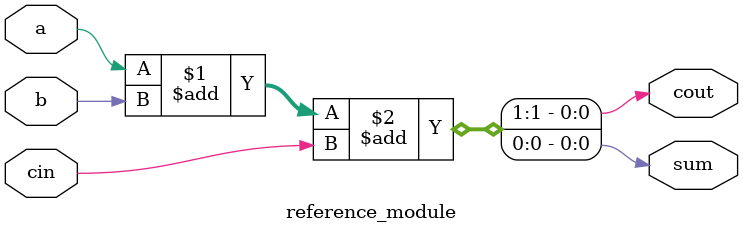
<source format=sv>
module reference_module (
	input a,
	input b,
	input cin,
	output cout,
	output sum
);

	assign {cout, sum} = a+b+cin;
	
endmodule

</source>
